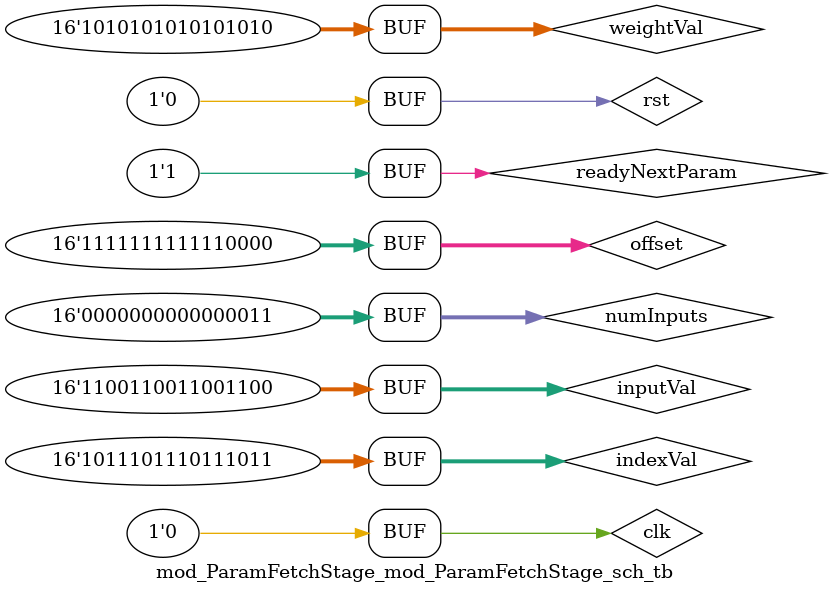
<source format=v>

`timescale 1ns / 1ps

module mod_ParamFetchStage_mod_ParamFetchStage_sch_tb();

// Inputs
   reg clk;
   reg rst;
   reg readyNextParam;
   reg [15:0] numInputs;
   reg [15:0] weightVal;
   reg [15:0] indexVal;
   reg [15:0] inputVal;
	reg [15:0] offset;

// Output
   wire [15:0] neuronInput;
   wire [15:0] neuronWeight;
   wire [15:0] weightAddr;
   wire [15:0] indexAddr;
   wire [15:0] inputAddr;
   wire paramsReady;

// Bidirs

// Instantiate the UUT
   mod_ParamFetchStage UUT (
		.clk(clk), 
		.rst(rst), 
		.readyNextParam(readyNextParam), 
		.neuronInput(neuronInput), 
		.neuronWeight(neuronWeight), 
		.weightAddr(weightAddr), 
		.indexAddr(indexAddr), 
		.inputAddr(inputAddr), 
		.numInputs(numInputs), 
		.weightVal(weightVal), 
		.indexVal(indexVal), 
		.inputVal(inputVal), 
		.paramsReady(paramsReady),
		.offset(offset)
   );
// Initialize Inputs
   
    initial begin
		clk = 0;
		rst = 0;
		readyNextParam = 1;
		numInputs = 16'd3;
		weightVal = 16'haaaa;
		indexVal = 16'hbbbb;
		inputVal = 16'hcccc;
		offset = 16'hfff0; 
		
		#100;
		rst = 1;
		#100;
		rst = 0;
		
		#100;
		clk = 1;
		#100;
		clk = 0;
		
		#100;
		clk = 1;
		#100;
		clk = 0;
		
		#100;
		clk = 1;
		#100;
		clk = 0;
		
		#100;
		clk = 1;
		#100;
		clk = 0;
		
		#100;
		clk = 1;
		#100;
		clk = 0;
		
		#100;
		clk = 1;
		#100;
		clk = 0;
		
		#100;
		clk = 1;
		#100;
		clk = 0;
		
		#100;
		clk = 1;
		#100;
		clk = 0;
		
		#100;
		clk = 1;
		#100;
		clk = 0;
		
		#100;
		clk = 1;
		#100;
		clk = 0;
		
		#100;
		clk = 1;
		#100;
		clk = 0;
		
		#100;
		clk = 1;
		#100;
		clk = 0;
		#100;
		clk = 1;
		#100;
		clk = 0;
		
		#100;
		clk = 1;
		#100;
		clk = 0;
		
		#100;
		clk = 1;
		#100;
		clk = 0;
		#100;
		clk = 1;
		#100;
		clk = 0;
		
		#100;
		clk = 1;
		#100;
		clk = 0;
		
		#100;
		clk = 1; 
		#100;
		clk = 0;
		#100;
		clk = 1;
		#100;
		clk = 0;
		
		#100;
		clk = 1;
		#100;
		clk = 0;
		
		#100;
		clk = 1;
		#100;
		clk = 0;
   end
endmodule

</source>
